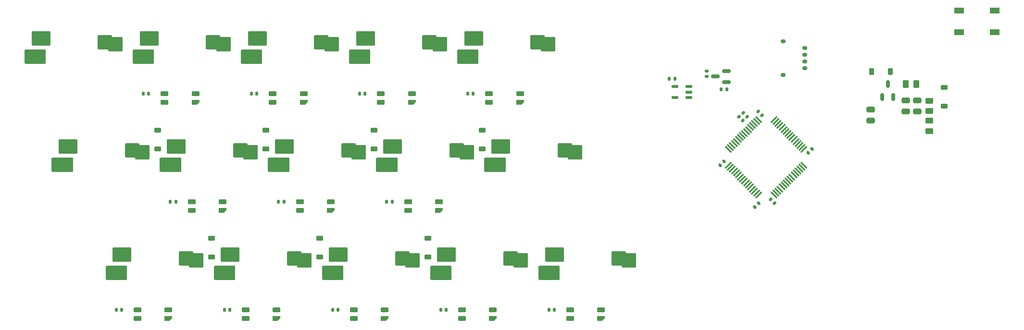
<source format=gbr>
%TF.GenerationSoftware,KiCad,Pcbnew,8.0.7*%
%TF.CreationDate,2025-07-26T10:37:19-05:00*%
%TF.ProjectId,paste,70617374-652e-46b6-9963-61645f706362,rev?*%
%TF.SameCoordinates,Original*%
%TF.FileFunction,Paste,Bot*%
%TF.FilePolarity,Positive*%
%FSLAX46Y46*%
G04 Gerber Fmt 4.6, Leading zero omitted, Abs format (unit mm)*
G04 Created by KiCad (PCBNEW 8.0.7) date 2025-07-26 10:37:19*
%MOMM*%
%LPD*%
G01*
G04 APERTURE LIST*
G04 Aperture macros list*
%AMRoundRect*
0 Rectangle with rounded corners*
0 $1 Rounding radius*
0 $2 $3 $4 $5 $6 $7 $8 $9 X,Y pos of 4 corners*
0 Add a 4 corners polygon primitive as box body*
4,1,4,$2,$3,$4,$5,$6,$7,$8,$9,$2,$3,0*
0 Add four circle primitives for the rounded corners*
1,1,$1+$1,$2,$3*
1,1,$1+$1,$4,$5*
1,1,$1+$1,$6,$7*
1,1,$1+$1,$8,$9*
0 Add four rect primitives between the rounded corners*
20,1,$1+$1,$2,$3,$4,$5,0*
20,1,$1+$1,$4,$5,$6,$7,0*
20,1,$1+$1,$6,$7,$8,$9,0*
20,1,$1+$1,$8,$9,$2,$3,0*%
%AMFreePoly0*
4,1,18,-0.410000,0.593000,-0.403758,0.624380,-0.385983,0.650983,-0.359380,0.668758,-0.328000,0.675000,0.328000,0.675000,0.359380,0.668758,0.385983,0.650983,0.403758,0.624380,0.410000,0.593000,0.410000,-0.593000,0.403758,-0.624380,0.385983,-0.650983,0.359380,-0.668758,0.328000,-0.675000,0.000000,-0.675000,-0.410000,-0.265000,-0.410000,0.593000,-0.410000,0.593000,$1*%
G04 Aperture macros list end*
%ADD10RoundRect,0.250000X0.475000X-0.250000X0.475000X0.250000X-0.475000X0.250000X-0.475000X-0.250000X0*%
%ADD11RoundRect,0.140000X0.170000X-0.140000X0.170000X0.140000X-0.170000X0.140000X-0.170000X-0.140000X0*%
%ADD12RoundRect,0.140000X0.219203X0.021213X0.021213X0.219203X-0.219203X-0.021213X-0.021213X-0.219203X0*%
%ADD13RoundRect,0.140000X0.140000X0.170000X-0.140000X0.170000X-0.140000X-0.170000X0.140000X-0.170000X0*%
%ADD14RoundRect,0.147500X0.457500X0.147500X-0.457500X0.147500X-0.457500X-0.147500X0.457500X-0.147500X0*%
%ADD15RoundRect,0.250000X-0.262500X-0.450000X0.262500X-0.450000X0.262500X0.450000X-0.262500X0.450000X0*%
%ADD16RoundRect,0.140000X0.021213X-0.219203X0.219203X-0.021213X-0.021213X0.219203X-0.219203X0.021213X0*%
%ADD17RoundRect,0.140000X-0.219203X-0.021213X-0.021213X-0.219203X0.219203X0.021213X0.021213X0.219203X0*%
%ADD18RoundRect,0.150000X0.275000X-0.150000X0.275000X0.150000X-0.275000X0.150000X-0.275000X-0.150000X0*%
%ADD19RoundRect,0.175000X0.225000X-0.175000X0.225000X0.175000X-0.225000X0.175000X-0.225000X-0.175000X0*%
%ADD20RoundRect,0.140000X-0.021213X0.219203X-0.219203X0.021213X0.021213X-0.219203X0.219203X-0.021213X0*%
%ADD21RoundRect,0.225000X0.225000X0.375000X-0.225000X0.375000X-0.225000X-0.375000X0.225000X-0.375000X0*%
%ADD22RoundRect,0.150000X0.150000X-0.512500X0.150000X0.512500X-0.150000X0.512500X-0.150000X-0.512500X0*%
%ADD23RoundRect,0.225000X-0.375000X0.225000X-0.375000X-0.225000X0.375000X-0.225000X0.375000X0.225000X0*%
%ADD24R,1.700000X1.000000*%
%ADD25RoundRect,0.250000X0.450000X-0.262500X0.450000X0.262500X-0.450000X0.262500X-0.450000X-0.262500X0*%
%ADD26RoundRect,0.075000X-0.441942X-0.548008X0.548008X0.441942X0.441942X0.548008X-0.548008X-0.441942X0*%
%ADD27RoundRect,0.075000X0.441942X-0.548008X0.548008X-0.441942X-0.441942X0.548008X-0.548008X0.441942X0*%
%ADD28RoundRect,0.150000X0.587500X0.150000X-0.587500X0.150000X-0.587500X-0.150000X0.587500X-0.150000X0*%
%ADD29RoundRect,0.250000X-0.450000X0.262500X-0.450000X-0.262500X0.450000X-0.262500X0.450000X0.262500X0*%
%ADD30RoundRect,0.200000X1.075000X1.050000X-1.075000X1.050000X-1.075000X-1.050000X1.075000X-1.050000X0*%
%ADD31RoundRect,0.200000X1.075000X1.075000X-1.075000X1.075000X-1.075000X-1.075000X1.075000X-1.075000X0*%
%ADD32RoundRect,0.165200X0.867300X1.084800X-0.867300X1.084800X-0.867300X-1.084800X0.867300X-1.084800X0*%
%ADD33RoundRect,0.137647X0.739853X1.139853X-0.739853X1.139853X-0.739853X-1.139853X0.739853X-1.139853X0*%
%ADD34RoundRect,0.082000X0.593000X-0.328000X0.593000X0.328000X-0.593000X0.328000X-0.593000X-0.328000X0*%
%ADD35FreePoly0,90.000000*%
G04 APERTURE END LIST*
D10*
%TO.C,C120*%
X368150000Y-46770000D03*
X368150000Y-44870000D03*
%TD*%
D11*
%TO.C,C127*%
X331010000Y-40640000D03*
X331010000Y-39680000D03*
%TD*%
D12*
%TO.C,C107*%
X337409411Y-48389411D03*
X336730589Y-47710589D03*
%TD*%
D13*
%TO.C,C112*%
X325420000Y-41070000D03*
X324460000Y-41070000D03*
%TD*%
D12*
%TO.C,C104*%
X340749411Y-47489411D03*
X340070589Y-46810589D03*
%TD*%
D14*
%TO.C,U6*%
X327925000Y-42420000D03*
X327925000Y-43370000D03*
X327925000Y-44320000D03*
X325415000Y-44320000D03*
X325415000Y-42420000D03*
%TD*%
D15*
%TO.C,R7*%
X366077500Y-41973554D03*
X367902500Y-41973554D03*
%TD*%
D16*
%TO.C,C108*%
X348890589Y-54099411D03*
X349569411Y-53420589D03*
%TD*%
D17*
%TO.C,C109*%
X342270589Y-62260589D03*
X342949411Y-62939411D03*
%TD*%
D18*
%TO.C,J1*%
X348305000Y-39200000D03*
X348305000Y-38000000D03*
X348305000Y-36800000D03*
X348305000Y-35600000D03*
D19*
X344530000Y-40350000D03*
X344530000Y-34450000D03*
%TD*%
D20*
%TO.C,C105*%
X334099411Y-55620589D03*
X333420589Y-56299411D03*
%TD*%
D21*
%TO.C,D41*%
X363342500Y-39780000D03*
X360042500Y-39780000D03*
%TD*%
D22*
%TO.C,Q3*%
X363870000Y-44248554D03*
X361970000Y-44248554D03*
X362920000Y-41973554D03*
%TD*%
D23*
%TO.C,D40*%
X372835000Y-42530000D03*
X372835000Y-45830000D03*
%TD*%
D24*
%TO.C,RESET1*%
X381750000Y-29010000D03*
X375450000Y-29010000D03*
X381750000Y-32810000D03*
X375450000Y-32810000D03*
%TD*%
D12*
%TO.C,C106*%
X338109411Y-47689411D03*
X337430589Y-47010589D03*
%TD*%
D25*
%TO.C,R8*%
X370190000Y-46726054D03*
X370190000Y-44901054D03*
%TD*%
D26*
%TO.C,U5*%
X340147638Y-61538962D03*
X339794085Y-61185409D03*
X339440532Y-60831856D03*
X339086978Y-60478302D03*
X338733425Y-60124749D03*
X338379871Y-59771195D03*
X338026318Y-59417642D03*
X337672765Y-59064089D03*
X337319211Y-58710535D03*
X336965658Y-58356982D03*
X336612105Y-58003429D03*
X336258551Y-57649875D03*
X335904998Y-57296322D03*
X335551444Y-56942768D03*
X335197891Y-56589215D03*
X334844338Y-56235662D03*
D27*
X334844338Y-53513300D03*
X335197891Y-53159747D03*
X335551444Y-52806194D03*
X335904998Y-52452640D03*
X336258551Y-52099087D03*
X336612105Y-51745533D03*
X336965658Y-51391980D03*
X337319211Y-51038427D03*
X337672765Y-50684873D03*
X338026318Y-50331320D03*
X338379871Y-49977767D03*
X338733425Y-49624213D03*
X339086978Y-49270660D03*
X339440532Y-48917106D03*
X339794085Y-48563553D03*
X340147638Y-48210000D03*
D26*
X342870000Y-48210000D03*
X343223553Y-48563553D03*
X343577106Y-48917106D03*
X343930660Y-49270660D03*
X344284213Y-49624213D03*
X344637767Y-49977767D03*
X344991320Y-50331320D03*
X345344873Y-50684873D03*
X345698427Y-51038427D03*
X346051980Y-51391980D03*
X346405533Y-51745533D03*
X346759087Y-52099087D03*
X347112640Y-52452640D03*
X347466194Y-52806194D03*
X347819747Y-53159747D03*
X348173300Y-53513300D03*
D27*
X348173300Y-56235662D03*
X347819747Y-56589215D03*
X347466194Y-56942768D03*
X347112640Y-57296322D03*
X346759087Y-57649875D03*
X346405533Y-58003429D03*
X346051980Y-58356982D03*
X345698427Y-58710535D03*
X345344873Y-59064089D03*
X344991320Y-59417642D03*
X344637767Y-59771195D03*
X344284213Y-60124749D03*
X343930660Y-60478302D03*
X343577106Y-60831856D03*
X343223553Y-61185409D03*
X342870000Y-61538962D03*
%TD*%
D13*
%TO.C,C128*%
X334550000Y-42880000D03*
X333590000Y-42880000D03*
%TD*%
D10*
%TO.C,C130*%
X359890000Y-48360000D03*
X359890000Y-46460000D03*
%TD*%
D28*
%TO.C,U3*%
X334467499Y-39687500D03*
X334467499Y-41587500D03*
X332592499Y-40637500D03*
%TD*%
D10*
%TO.C,C121*%
X366090000Y-46770000D03*
X366090000Y-44870000D03*
%TD*%
D20*
%TO.C,C110*%
X340189411Y-62960589D03*
X339510589Y-63639411D03*
%TD*%
D29*
%TO.C,R9*%
X370190000Y-48421054D03*
X370190000Y-50246054D03*
%TD*%
D30*
%TO.C,CH65*%
X239352000Y-72675000D03*
D31*
X241152500Y-73060000D03*
D30*
X226425000Y-75215000D03*
D31*
X227677500Y-72010000D03*
D32*
X227907500Y-75215000D03*
D33*
X228872500Y-71997500D03*
%TD*%
D23*
%TO.C,D69*%
X262910000Y-69105000D03*
X262910000Y-72405000D03*
%TD*%
D34*
%TO.C,LED33*%
X254597500Y-43655000D03*
X254597500Y-45155000D03*
X260047500Y-43655000D03*
D35*
X260047500Y-45155000D03*
%TD*%
D34*
%TO.C,LED65*%
X230785000Y-81755000D03*
X230785000Y-83255000D03*
X236235000Y-81755000D03*
D35*
X236235000Y-83255000D03*
%TD*%
D23*
%TO.C,D68*%
X243860000Y-69105000D03*
X243860000Y-72405000D03*
%TD*%
D13*
%TO.C,C67*%
X266090000Y-81755000D03*
X265130000Y-81755000D03*
%TD*%
D30*
%TO.C,CH34*%
X282214500Y-34575000D03*
D31*
X284015000Y-34960000D03*
D30*
X269287500Y-37115000D03*
D31*
X270540000Y-33910000D03*
D32*
X270770000Y-37115000D03*
D33*
X271735000Y-33897500D03*
%TD*%
D13*
%TO.C,C69*%
X304190000Y-81755000D03*
X303230000Y-81755000D03*
%TD*%
D30*
%TO.C,CH50*%
X248877000Y-53625000D03*
D31*
X250677500Y-54010000D03*
D30*
X235950000Y-56165000D03*
D31*
X237202500Y-52960000D03*
D32*
X237432500Y-56165000D03*
D33*
X238397500Y-52947500D03*
%TD*%
D30*
%TO.C,CH35*%
X301264500Y-34575000D03*
D31*
X303065000Y-34960000D03*
D30*
X288337500Y-37115000D03*
D31*
X289590000Y-33910000D03*
D32*
X289820000Y-37115000D03*
D33*
X290785000Y-33897500D03*
%TD*%
D13*
%TO.C,C32*%
X232752500Y-43655000D03*
X231792500Y-43655000D03*
%TD*%
D34*
%TO.C,LED52*%
X278410000Y-62705000D03*
X278410000Y-64205000D03*
X283860000Y-62705000D03*
D35*
X283860000Y-64205000D03*
%TD*%
D13*
%TO.C,C51*%
X256565000Y-62705000D03*
X255605000Y-62705000D03*
%TD*%
D30*
%TO.C,CH51*%
X267927000Y-53625000D03*
D31*
X269727500Y-54010000D03*
D30*
X255000000Y-56165000D03*
D31*
X256252500Y-52960000D03*
D32*
X256482500Y-56165000D03*
D33*
X257447500Y-52947500D03*
%TD*%
D13*
%TO.C,C35*%
X289902500Y-43655000D03*
X288942500Y-43655000D03*
%TD*%
%TO.C,C52*%
X275615000Y-62705000D03*
X274655000Y-62705000D03*
%TD*%
D30*
%TO.C,CH32*%
X244114500Y-34575000D03*
D31*
X245915000Y-34960000D03*
D30*
X231187500Y-37115000D03*
D31*
X232440000Y-33910000D03*
D32*
X232670000Y-37115000D03*
D33*
X233635000Y-33897500D03*
%TD*%
D23*
%TO.C,D53*%
X253385000Y-50055000D03*
X253385000Y-53355000D03*
%TD*%
D34*
%TO.C,LED66*%
X249835000Y-81755000D03*
X249835000Y-83255000D03*
X255285000Y-81755000D03*
D35*
X255285000Y-83255000D03*
%TD*%
D13*
%TO.C,C65*%
X227990000Y-81755000D03*
X227030000Y-81755000D03*
%TD*%
D30*
%TO.C,CH31*%
X225064500Y-34575000D03*
D31*
X226865000Y-34960000D03*
D30*
X212137500Y-37115000D03*
D31*
X213390000Y-33910000D03*
D32*
X213620000Y-37115000D03*
D33*
X214585000Y-33897500D03*
%TD*%
D30*
%TO.C,CH66*%
X258402000Y-72675000D03*
D31*
X260202500Y-73060000D03*
D30*
X245475000Y-75215000D03*
D31*
X246727500Y-72010000D03*
D32*
X246957500Y-75215000D03*
D33*
X247922500Y-71997500D03*
%TD*%
D30*
%TO.C,CH69*%
X315552000Y-72675000D03*
D31*
X317352500Y-73060000D03*
D30*
X302625000Y-75215000D03*
D31*
X303877500Y-72010000D03*
D32*
X304107500Y-75215000D03*
D33*
X305072500Y-71997500D03*
%TD*%
D30*
%TO.C,CH68*%
X296502000Y-72675000D03*
D31*
X298302500Y-73060000D03*
D30*
X283575000Y-75215000D03*
D31*
X284827500Y-72010000D03*
D32*
X285057500Y-75215000D03*
D33*
X286022500Y-71997500D03*
%TD*%
D30*
%TO.C,CH67*%
X277452000Y-72675000D03*
D31*
X279252500Y-73060000D03*
D30*
X264525000Y-75215000D03*
D31*
X265777500Y-72010000D03*
D32*
X266007500Y-75215000D03*
D33*
X266972500Y-71997500D03*
%TD*%
D30*
%TO.C,CH53*%
X306027000Y-53625000D03*
D31*
X307827500Y-54010000D03*
D30*
X293100000Y-56165000D03*
D31*
X294352500Y-52960000D03*
D32*
X294582500Y-56165000D03*
D33*
X295547500Y-52947500D03*
%TD*%
D23*
%TO.C,D55*%
X291485000Y-50055000D03*
X291485000Y-53355000D03*
%TD*%
D34*
%TO.C,LED69*%
X306985000Y-81755000D03*
X306985000Y-83255000D03*
X312435000Y-81755000D03*
D35*
X312435000Y-83255000D03*
%TD*%
D34*
%TO.C,LED50*%
X240310000Y-62705000D03*
X240310000Y-64205000D03*
X245760000Y-62705000D03*
D35*
X245760000Y-64205000D03*
%TD*%
D23*
%TO.C,D70*%
X281960000Y-69105000D03*
X281960000Y-72405000D03*
%TD*%
%TO.C,D54*%
X272435000Y-50055000D03*
X272435000Y-53355000D03*
%TD*%
D13*
%TO.C,C34*%
X270852500Y-43655000D03*
X269892500Y-43655000D03*
%TD*%
D34*
%TO.C,LED34*%
X273647500Y-43655000D03*
X273647500Y-45155000D03*
X279097500Y-43655000D03*
D35*
X279097500Y-45155000D03*
%TD*%
D13*
%TO.C,C66*%
X247040000Y-81755000D03*
X246080000Y-81755000D03*
%TD*%
D30*
%TO.C,CH33*%
X263164500Y-34575000D03*
D31*
X264965000Y-34960000D03*
D30*
X250237500Y-37115000D03*
D31*
X251490000Y-33910000D03*
D32*
X251720000Y-37115000D03*
D33*
X252685000Y-33897500D03*
%TD*%
D34*
%TO.C,LED68*%
X287935000Y-81755000D03*
X287935000Y-83255000D03*
X293385000Y-81755000D03*
D35*
X293385000Y-83255000D03*
%TD*%
D13*
%TO.C,C33*%
X251802500Y-43655000D03*
X250842500Y-43655000D03*
%TD*%
%TO.C,C68*%
X285140000Y-81755000D03*
X284180000Y-81755000D03*
%TD*%
D34*
%TO.C,LED32*%
X235547500Y-43655000D03*
X235547500Y-45155000D03*
X240997500Y-43655000D03*
D35*
X240997500Y-45155000D03*
%TD*%
D13*
%TO.C,C50*%
X237515000Y-62705000D03*
X236555000Y-62705000D03*
%TD*%
D34*
%TO.C,LED51*%
X259360000Y-62705000D03*
X259360000Y-64205000D03*
X264810000Y-62705000D03*
D35*
X264810000Y-64205000D03*
%TD*%
D34*
%TO.C,LED35*%
X292697500Y-43655000D03*
X292697500Y-45155000D03*
X298147500Y-43655000D03*
D35*
X298147500Y-45155000D03*
%TD*%
D30*
%TO.C,CH52*%
X286977000Y-53625000D03*
D31*
X288777500Y-54010000D03*
D30*
X274050000Y-56165000D03*
D31*
X275302500Y-52960000D03*
D32*
X275532500Y-56165000D03*
D33*
X276497500Y-52947500D03*
%TD*%
D30*
%TO.C,CH49*%
X229827000Y-53625000D03*
D31*
X231627500Y-54010000D03*
D30*
X216900000Y-56165000D03*
D31*
X218152500Y-52960000D03*
D32*
X218382500Y-56165000D03*
D33*
X219347500Y-52947500D03*
%TD*%
D23*
%TO.C,D52*%
X234335000Y-50055000D03*
X234335000Y-53355000D03*
%TD*%
D34*
%TO.C,LED67*%
X268885000Y-81755000D03*
X268885000Y-83255000D03*
X274335000Y-81755000D03*
D35*
X274335000Y-83255000D03*
%TD*%
M02*

</source>
